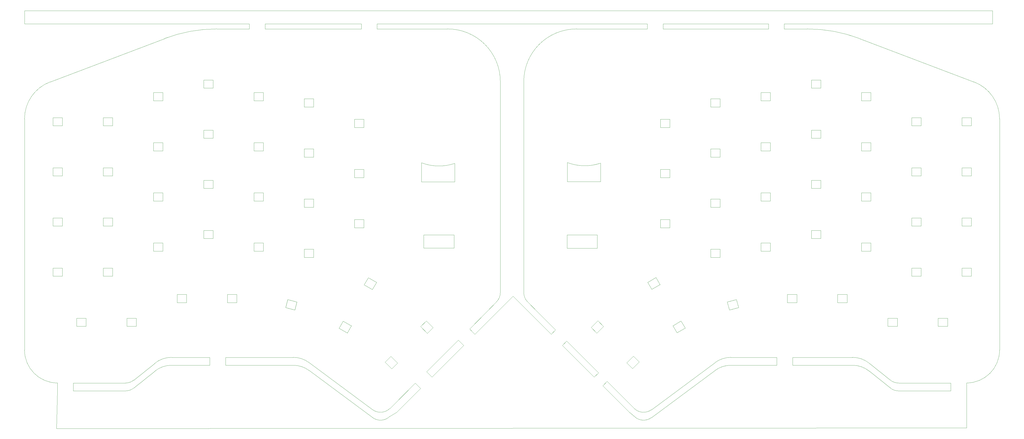
<source format=gbr>
%TF.GenerationSoftware,KiCad,Pcbnew,(6.0.5)*%
%TF.CreationDate,2022-08-12T23:05:57+08:00*%
%TF.ProjectId,ChunkyXiao,4368756e-6b79-4586-9961-6f2e6b696361,rev?*%
%TF.SameCoordinates,Original*%
%TF.FileFunction,Profile,NP*%
%FSLAX46Y46*%
G04 Gerber Fmt 4.6, Leading zero omitted, Abs format (unit mm)*
G04 Created by KiCad (PCBNEW (6.0.5)) date 2022-08-12 23:05:57*
%MOMM*%
%LPD*%
G01*
G04 APERTURE LIST*
%TA.AperFunction,Profile*%
%ADD10C,0.100000*%
%TD*%
%TA.AperFunction,Profile*%
%ADD11C,0.120000*%
%TD*%
G04 APERTURE END LIST*
D10*
X312362103Y-65319149D02*
X312362104Y-63373772D01*
X327116538Y-65319150D02*
X318362100Y-65319156D01*
X215533046Y-166865904D02*
X201092897Y-181306547D01*
X180846785Y-120431396D02*
X180846785Y-123431396D01*
X162328528Y-212991714D02*
G75*
G03*
X168845193Y-212513060I2981072J4014114D01*
G01*
X397342791Y-58373775D02*
X30350790Y-58373774D01*
X40024747Y-85457142D02*
G75*
G03*
X30350795Y-99479742I5326093J-14022628D01*
G01*
X387505414Y-199836780D02*
G75*
G03*
X399996383Y-187336841I-9014J12499980D01*
G01*
X201092897Y-181306547D02*
X200082331Y-180296014D01*
X358588674Y-201755156D02*
G75*
G03*
X361717691Y-202855290I3129026J3899756D01*
G01*
X248686889Y-116336492D02*
X248686889Y-120336492D01*
X387505411Y-216851750D02*
X387505414Y-202836722D01*
X268018655Y-209991713D02*
X292147306Y-192072642D01*
X190729530Y-65319152D02*
X164012793Y-65319151D01*
X235878067Y-183888277D02*
X234217028Y-185549263D01*
X321544843Y-190100884D02*
X344286527Y-190100892D01*
X158012797Y-63373772D02*
X121548609Y-63373775D01*
X321544843Y-190100884D02*
X321544838Y-193100886D01*
X298109462Y-190100889D02*
X315544840Y-190100886D01*
X86060654Y-193100858D02*
G75*
G03*
X79802579Y-195301112I-54J-9999742D01*
G01*
X68544838Y-202855289D02*
X68629492Y-202855288D01*
X68544838Y-202855289D02*
X48841770Y-202841054D01*
X266390305Y-65319155D02*
X239617652Y-65319149D01*
X259632793Y-210964156D02*
X249555162Y-200886865D01*
X225042793Y-173052642D02*
X231635352Y-179645425D01*
X196850330Y-185549253D02*
X194829194Y-183528192D01*
X266390310Y-63373769D02*
X266390305Y-65319155D01*
X236136889Y-123336492D02*
X248686889Y-123336492D01*
X68629494Y-199855304D02*
G75*
G03*
X71758529Y-198755171I6J4999904D01*
G01*
X180846785Y-123431396D02*
X193396785Y-123431396D01*
X164012795Y-63373773D02*
X266390310Y-63373769D01*
X261501985Y-212513071D02*
X259632793Y-210964156D01*
X199071759Y-179285483D02*
X205304394Y-173052640D01*
X181700000Y-148590000D02*
X193200000Y-148590000D01*
X193200000Y-148590000D02*
X193200000Y-143540000D01*
X193200000Y-143540000D02*
X181700000Y-143540000D01*
X181700000Y-143540000D02*
X181700000Y-148590000D01*
X205304394Y-173052640D02*
X209295584Y-168991626D01*
X399996391Y-186372638D02*
X399996386Y-99479741D01*
X30350788Y-186622641D02*
X30350798Y-187336837D01*
X246267766Y-197599581D02*
X247928391Y-195939014D01*
X115548613Y-65319157D02*
X103230640Y-65319150D01*
X169542293Y-208815947D02*
X168845193Y-209513067D01*
X239617652Y-65319157D02*
G75*
G03*
X219617657Y-85319154I-52J-19999943D01*
G01*
X86060655Y-190100864D02*
G75*
G03*
X79802582Y-192301113I45J-10000036D01*
G01*
X315544840Y-190100886D02*
X315544845Y-193100888D01*
X350544595Y-192301114D02*
X358588649Y-198755181D01*
X298109462Y-190100866D02*
G75*
G03*
X292147306Y-192072642I38J-10000034D01*
G01*
X193396785Y-120431396D02*
X193396785Y-123431396D01*
X221051599Y-168991631D02*
X225042793Y-173052642D01*
X180846785Y-120431396D02*
X180846785Y-116181396D01*
X361802345Y-202855287D02*
X381505413Y-202841061D01*
X381505413Y-202841061D02*
X381503247Y-199841057D01*
X30350801Y-187336837D02*
G75*
G03*
X42841772Y-199836726I12499999J107D01*
G01*
X200082331Y-180296014D02*
X199071759Y-179285483D01*
X162328526Y-209991717D02*
G75*
G03*
X168845193Y-209513067I2981074J4014117D01*
G01*
X30350790Y-58373774D02*
X30350791Y-63373770D01*
X48841770Y-202841054D02*
X48843938Y-199841051D01*
X83523425Y-68935539D02*
X40024749Y-85457147D01*
X180846783Y-116181402D02*
G75*
G03*
X193396785Y-116431395I6622717J17330902D01*
G01*
X358588662Y-198755165D02*
G75*
G03*
X361717693Y-199855283I3129038J3899865D01*
G01*
X236136889Y-120336492D02*
X236136889Y-116086492D01*
X346823759Y-68935540D02*
G75*
G03*
X327116538Y-65319150I-19706359J-51883560D01*
G01*
X318362100Y-63373777D02*
X397342794Y-63373779D01*
X209295591Y-168991633D02*
G75*
G03*
X210729529Y-165486887I-3566291J3504833D01*
G01*
X397342794Y-63373779D02*
X397342791Y-58373775D01*
X68629494Y-199855287D02*
X68544842Y-199855291D01*
X235986889Y-148636492D02*
X247486889Y-148636492D01*
X247486889Y-148636492D02*
X247486889Y-143586492D01*
X247486889Y-143586492D02*
X235986889Y-143586492D01*
X235986889Y-143586492D02*
X235986889Y-148636492D01*
X138199868Y-195072649D02*
G75*
G03*
X132237723Y-193100887I-5962168J-8028251D01*
G01*
X100544838Y-193100890D02*
X86060654Y-193100887D01*
X79802582Y-192301113D02*
X71758529Y-198755171D01*
X292147307Y-195072643D02*
X268018660Y-212991712D01*
X361717691Y-202855290D02*
X361802345Y-202855287D01*
X182779278Y-195578516D02*
X184800404Y-197599584D01*
X100544835Y-190100886D02*
X100544838Y-193100890D01*
X318362100Y-65319156D02*
X318362100Y-63373777D01*
X260804887Y-208815939D02*
X261501991Y-209513067D01*
X236136889Y-120336492D02*
X236136889Y-123336492D01*
X350544605Y-195301113D02*
X358588659Y-201755175D01*
X115548615Y-63373771D02*
X115548613Y-65319157D01*
X162328525Y-209991718D02*
X138199878Y-192072639D01*
X249555162Y-200886865D02*
X251215672Y-199226406D01*
X158012795Y-65319150D02*
X158012797Y-63373772D01*
X229974172Y-181306544D02*
X215533046Y-166865904D01*
X121548609Y-63373775D02*
X121548611Y-65319155D01*
X251215672Y-199226406D02*
X260804887Y-208815939D01*
X361717693Y-199855283D02*
X361802338Y-199855283D01*
X132237723Y-193100887D02*
X106544839Y-193100888D01*
X180502735Y-201897394D02*
X178481605Y-199876337D01*
X399996383Y-187336841D02*
X399996393Y-186622643D01*
X184800404Y-197599584D02*
X196850330Y-185549253D01*
X194829194Y-183528192D02*
X182779278Y-195578516D01*
X30350791Y-63373770D02*
X115548615Y-63373771D01*
X248686889Y-120336492D02*
X248686889Y-123336492D01*
X42841772Y-199836726D02*
X42841769Y-202836718D01*
X315544845Y-193100888D02*
X298109462Y-193100887D01*
X100544835Y-190100886D02*
X86060655Y-190100887D01*
X193396785Y-116431396D02*
X193396785Y-120431396D01*
X387505414Y-202836722D02*
X387505414Y-199836720D01*
X132237719Y-190100890D02*
X106544837Y-190100890D01*
X171436287Y-210964156D02*
X180502735Y-201897394D01*
X103230640Y-65319137D02*
G75*
G03*
X83523425Y-68935539I-840J-55499863D01*
G01*
X272390307Y-63373774D02*
X272390309Y-65319149D01*
X210729538Y-85319152D02*
G75*
G03*
X190729530Y-65319152I-19999998J2D01*
G01*
X231635352Y-179645425D02*
X229974172Y-181306544D01*
X68629494Y-202855259D02*
G75*
G03*
X71758529Y-201755175I-94J5000359D01*
G01*
X219617657Y-85319154D02*
X219617653Y-165486881D01*
X168845193Y-212513060D02*
X171436287Y-210964156D01*
X210729529Y-165486887D02*
X210729529Y-85319152D01*
X247928391Y-195939014D02*
X235878067Y-183888277D01*
X42841769Y-202836718D02*
X42465752Y-217100949D01*
X272390309Y-65319149D02*
X312362103Y-65319149D01*
X79802579Y-195301112D02*
X71758529Y-201755175D01*
X138199872Y-195072644D02*
X162328525Y-212991718D01*
X390322429Y-85457142D02*
X346823757Y-68935546D01*
X30350793Y-186372639D02*
X30350788Y-186622641D01*
X164012793Y-65319151D02*
X164012795Y-63373773D01*
X261502010Y-209513048D02*
G75*
G03*
X268018655Y-209991713I3535590J3535448D01*
G01*
X106544837Y-190100890D02*
X106544839Y-193100883D01*
X350544587Y-192301124D02*
G75*
G03*
X344286527Y-190100892I-6258087J-7799776D01*
G01*
X121548611Y-65319155D02*
X158012795Y-65319150D01*
X298109462Y-193100867D02*
G75*
G03*
X292147307Y-195072643I38J-10000033D01*
G01*
X219617621Y-165486881D02*
G75*
G03*
X221051599Y-168991631I4999879J-19D01*
G01*
X399996393Y-186622643D02*
X399996391Y-186372638D01*
X350544610Y-195301107D02*
G75*
G03*
X344286527Y-193100887I-6258110J-7799893D01*
G01*
X178481605Y-199876337D02*
X169542293Y-208815947D01*
X261502000Y-212513056D02*
G75*
G03*
X268018660Y-212991712I3535600J3535556D01*
G01*
X68544842Y-199855291D02*
X48843938Y-199841051D01*
X42465752Y-217100949D02*
X387505411Y-216851750D01*
X312362104Y-63373772D02*
X272390307Y-63373774D01*
X321544838Y-193100886D02*
X344286527Y-193100887D01*
X234217028Y-185549263D02*
X246267766Y-197599581D01*
X138199868Y-192072653D02*
G75*
G03*
X132237719Y-190100890I-5962168J-8028247D01*
G01*
X236136885Y-116086501D02*
G75*
G03*
X248686889Y-116336491I6622715J17330901D01*
G01*
X30350795Y-99479742D02*
X30350793Y-186372639D01*
X361802338Y-199855283D02*
X381503247Y-199841057D01*
X399996451Y-99479741D02*
G75*
G03*
X390322429Y-85457142I-15000051J-59D01*
G01*
D11*
%TO.C,SW18*%
X101841889Y-125913492D02*
X101841889Y-122813492D01*
X98241889Y-122813492D02*
X98241889Y-125913492D01*
X98241889Y-125913492D02*
X101841889Y-125913492D01*
X101841889Y-122813492D02*
X98241889Y-122813492D01*
%TO.C,SW62*%
X347574888Y-127581497D02*
X347574888Y-130681497D01*
X351174888Y-127581497D02*
X347574888Y-127581497D01*
X351174888Y-130681497D02*
X351174888Y-127581497D01*
X347574888Y-130681497D02*
X351174888Y-130681497D01*
%TO.C,SW19*%
X101841888Y-144963491D02*
X101841888Y-141863491D01*
X98241888Y-141863491D02*
X98241888Y-144963491D01*
X101841888Y-141863491D02*
X98241888Y-141863491D01*
X98241888Y-144963491D02*
X101841888Y-144963491D01*
%TO.C,SW21*%
X120891892Y-92581493D02*
X120891892Y-89481493D01*
X117291892Y-89481493D02*
X117291892Y-92581493D01*
X120891892Y-89481493D02*
X117291892Y-89481493D01*
X117291892Y-92581493D02*
X120891892Y-92581493D01*
%TO.C,SW50*%
X309474890Y-89481495D02*
X309474890Y-92581495D01*
X313074890Y-89481495D02*
X309474890Y-89481495D01*
X309474890Y-92581495D02*
X313074890Y-92581495D01*
X313074890Y-92581495D02*
X313074890Y-89481495D01*
%TO.C,SW15*%
X72741890Y-178306494D02*
X72741890Y-175206494D01*
X69141890Y-178306494D02*
X72741890Y-178306494D01*
X69141890Y-175206494D02*
X69141890Y-178306494D01*
X72741890Y-175206494D02*
X69141890Y-175206494D01*
%TO.C,SW12*%
X79191888Y-108531493D02*
X79191888Y-111631493D01*
X82791888Y-108531493D02*
X79191888Y-108531493D01*
X79191888Y-111631493D02*
X82791888Y-111631493D01*
X82791888Y-111631493D02*
X82791888Y-108531493D01*
%TO.C,SW66*%
X370224889Y-121156492D02*
X370224889Y-118056492D01*
X366624889Y-118056492D02*
X366624889Y-121156492D01*
X366624889Y-121156492D02*
X370224889Y-121156492D01*
X370224889Y-118056492D02*
X366624889Y-118056492D01*
%TO.C,SW43*%
X266603041Y-161576744D02*
X268153041Y-164261422D01*
X269720733Y-159776744D02*
X266603041Y-161576744D01*
X268153041Y-164261422D02*
X271270733Y-162461422D01*
X271270733Y-162461422D02*
X269720733Y-159776744D01*
%TO.C,SW20*%
X91791890Y-169306494D02*
X91791890Y-166206494D01*
X88191890Y-169306494D02*
X91791890Y-169306494D01*
X88191890Y-166206494D02*
X88191890Y-169306494D01*
X91791890Y-166206494D02*
X88191890Y-166206494D01*
%TO.C,SW38*%
X245127978Y-178718167D02*
X247320009Y-180910198D01*
X249865593Y-178364614D02*
X247673562Y-176172583D01*
X247320009Y-180910198D02*
X249865593Y-178364614D01*
X247673562Y-176172583D02*
X245127978Y-178718167D01*
%TO.C,SW13*%
X82791888Y-130681495D02*
X82791888Y-127581495D01*
X79191888Y-127581495D02*
X79191888Y-130681495D01*
X82791888Y-127581495D02*
X79191888Y-127581495D01*
X79191888Y-130681495D02*
X82791888Y-130681495D01*
%TO.C,SW10*%
X53691889Y-175206494D02*
X50091889Y-175206494D01*
X53691889Y-178306494D02*
X53691889Y-175206494D01*
X50091889Y-175206494D02*
X50091889Y-178306494D01*
X50091889Y-178306494D02*
X53691889Y-178306494D01*
%TO.C,SW31*%
X158991888Y-102761491D02*
X158991888Y-99661491D01*
X155391888Y-99661491D02*
X155391888Y-102761491D01*
X155391888Y-102761491D02*
X158991888Y-102761491D01*
X158991888Y-99661491D02*
X155391888Y-99661491D01*
%TO.C,SW34*%
X163763733Y-161619744D02*
X160646041Y-159819744D01*
X162213733Y-164304422D02*
X163763733Y-161619744D01*
X159096041Y-162504422D02*
X162213733Y-164304422D01*
X160646041Y-159819744D02*
X159096041Y-162504422D01*
%TO.C,SW7*%
X60141889Y-118056493D02*
X60141889Y-121156493D01*
X63741889Y-118056493D02*
X60141889Y-118056493D01*
X60141889Y-121156493D02*
X63741889Y-121156493D01*
X63741889Y-121156493D02*
X63741889Y-118056493D01*
%TO.C,SW45*%
X294024889Y-94967496D02*
X294024889Y-91867496D01*
X294024889Y-91867496D02*
X290424889Y-91867496D01*
X290424889Y-94967496D02*
X294024889Y-94967496D01*
X290424889Y-91867496D02*
X290424889Y-94967496D01*
%TO.C,SW27*%
X136341888Y-110917495D02*
X136341888Y-114017495D01*
X139941888Y-114017495D02*
X139941888Y-110917495D01*
X139941888Y-110917495D02*
X136341888Y-110917495D01*
X136341888Y-114017495D02*
X139941888Y-114017495D01*
%TO.C,SW48*%
X290424889Y-152117496D02*
X294024889Y-152117496D01*
X290424889Y-149017496D02*
X290424889Y-152117496D01*
X294024889Y-152117496D02*
X294024889Y-149017496D01*
X294024889Y-149017496D02*
X290424889Y-149017496D01*
%TO.C,SW6*%
X60141889Y-99006494D02*
X60141889Y-102106494D01*
X63741889Y-99006494D02*
X60141889Y-99006494D01*
X63741889Y-102106494D02*
X63741889Y-99006494D01*
X60141889Y-102106494D02*
X63741889Y-102106494D01*
%TO.C,SW54*%
X319524889Y-166206495D02*
X319524889Y-169306495D01*
X319524889Y-169306495D02*
X323124889Y-169306495D01*
X323124889Y-169306495D02*
X323124889Y-166206495D01*
X323124889Y-166206495D02*
X319524889Y-166206495D01*
%TO.C,SW53*%
X309474894Y-149731493D02*
X313074894Y-149731493D01*
X313074894Y-146631493D02*
X309474894Y-146631493D01*
X313074894Y-149731493D02*
X313074894Y-146631493D01*
X309474894Y-146631493D02*
X309474894Y-149731493D01*
%TO.C,SW57*%
X328624887Y-122813491D02*
X328624887Y-125913491D01*
X328624887Y-125913491D02*
X332224887Y-125913491D01*
X332224887Y-122813491D02*
X328624887Y-122813491D01*
X332224887Y-125913491D02*
X332224887Y-122813491D01*
%TO.C,SW24*%
X117291889Y-149731493D02*
X120891889Y-149731493D01*
X117291889Y-146631493D02*
X117291889Y-149731493D01*
X120891889Y-146631493D02*
X117291889Y-146631493D01*
X120891889Y-149731493D02*
X120891889Y-146631493D01*
%TO.C,SW69*%
X376674888Y-178306494D02*
X380274888Y-178306494D01*
X376674888Y-175206494D02*
X376674888Y-178306494D01*
X380274888Y-178306494D02*
X380274888Y-175206494D01*
X380274888Y-175206494D02*
X376674888Y-175206494D01*
%TO.C,SW32*%
X155391888Y-121811495D02*
X158991888Y-121811495D01*
X158991888Y-118711495D02*
X155391888Y-118711495D01*
X155391888Y-118711495D02*
X155391888Y-121811495D01*
X158991888Y-121811495D02*
X158991888Y-118711495D01*
%TO.C,SW56*%
X328624889Y-103763494D02*
X328624889Y-106863494D01*
X328624889Y-106863494D02*
X332224889Y-106863494D01*
X332224889Y-103763494D02*
X328624889Y-103763494D01*
X332224889Y-106863494D02*
X332224889Y-103763494D01*
%TO.C,SW59*%
X342174890Y-169306495D02*
X342174890Y-166206495D01*
X338574890Y-166206495D02*
X338574890Y-169306495D01*
X342174890Y-166206495D02*
X338574890Y-166206495D01*
X338574890Y-169306495D02*
X342174890Y-169306495D01*
%TO.C,SW58*%
X328624891Y-141863494D02*
X328624891Y-144963494D01*
X328624891Y-144963494D02*
X332224891Y-144963494D01*
X332224891Y-141863494D02*
X328624891Y-141863494D01*
X332224891Y-144963494D02*
X332224891Y-141863494D01*
%TO.C,SW46*%
X290424890Y-110917495D02*
X290424890Y-114017495D01*
X294024890Y-110917495D02*
X290424890Y-110917495D01*
X294024890Y-114017495D02*
X294024890Y-110917495D01*
X290424890Y-114017495D02*
X294024890Y-114017495D01*
%TO.C,SW33*%
X155391889Y-140861493D02*
X158991889Y-140861493D01*
X158991889Y-140861493D02*
X158991889Y-137761493D01*
X155391889Y-137761493D02*
X155391889Y-140861493D01*
X158991889Y-137761493D02*
X155391889Y-137761493D01*
%TO.C,SW68*%
X366624887Y-159256493D02*
X370224887Y-159256493D01*
X370224887Y-156156493D02*
X366624887Y-156156493D01*
X366624887Y-156156493D02*
X366624887Y-159256493D01*
X370224887Y-159256493D02*
X370224887Y-156156493D01*
%TO.C,SW71*%
X385674887Y-121156492D02*
X389274887Y-121156492D01*
X389274887Y-121156492D02*
X389274887Y-118056492D01*
X389274887Y-118056492D02*
X385674887Y-118056492D01*
X385674887Y-118056492D02*
X385674887Y-121156492D01*
%TO.C,SW8*%
X60141889Y-137106495D02*
X60141889Y-140206495D01*
X63741889Y-140206495D02*
X63741889Y-137106495D01*
X60141889Y-140206495D02*
X63741889Y-140206495D01*
X63741889Y-137106495D02*
X60141889Y-137106495D01*
%TO.C,SW29*%
X139941886Y-149017497D02*
X136341886Y-149017497D01*
X139941886Y-152117497D02*
X139941886Y-149017497D01*
X136341886Y-149017497D02*
X136341886Y-152117497D01*
X136341886Y-152117497D02*
X139941886Y-152117497D01*
%TO.C,SW55*%
X332224890Y-87813493D02*
X332224890Y-84713493D01*
X332224890Y-84713493D02*
X328624890Y-84713493D01*
X328624890Y-84713493D02*
X328624890Y-87813493D01*
X328624890Y-87813493D02*
X332224890Y-87813493D01*
%TO.C,SW26*%
X139941888Y-94967495D02*
X139941888Y-91867495D01*
X139941888Y-91867495D02*
X136341888Y-91867495D01*
X136341888Y-91867495D02*
X136341888Y-94967495D01*
X136341888Y-94967495D02*
X139941888Y-94967495D01*
%TO.C,SW9*%
X60141887Y-156156494D02*
X60141887Y-159256494D01*
X63741887Y-156156494D02*
X60141887Y-156156494D01*
X60141887Y-159256494D02*
X63741887Y-159256494D01*
X63741887Y-159256494D02*
X63741887Y-156156494D01*
%TO.C,SW63*%
X347574887Y-146631497D02*
X347574887Y-149731497D01*
X347574887Y-149731497D02*
X351174887Y-149731497D01*
X351174887Y-149731497D02*
X351174887Y-146631497D01*
X351174887Y-146631497D02*
X347574887Y-146631497D01*
%TO.C,SW23*%
X120891889Y-130681490D02*
X120891889Y-127581490D01*
X120891889Y-127581490D02*
X117291889Y-127581490D01*
X117291889Y-130681490D02*
X120891889Y-130681490D01*
X117291889Y-127581490D02*
X117291889Y-130681490D01*
%TO.C,SW61*%
X347574890Y-108531495D02*
X347574890Y-111631495D01*
X351174890Y-108531495D02*
X347574890Y-108531495D01*
X347574890Y-111631495D02*
X351174890Y-111631495D01*
X351174890Y-111631495D02*
X351174890Y-108531495D01*
%TO.C,SW70*%
X389274888Y-102106491D02*
X389274888Y-99006491D01*
X389274888Y-99006491D02*
X385674888Y-99006491D01*
X385674888Y-99006491D02*
X385674888Y-102106491D01*
X385674888Y-102106491D02*
X389274888Y-102106491D01*
%TO.C,SW42*%
X274974889Y-137761493D02*
X271374889Y-137761493D01*
X271374889Y-140861493D02*
X274974889Y-140861493D01*
X271374889Y-137761493D02*
X271374889Y-140861493D01*
X274974889Y-140861493D02*
X274974889Y-137761493D01*
%TO.C,SW51*%
X309474891Y-111631495D02*
X313074891Y-111631495D01*
X313074891Y-108531495D02*
X309474891Y-108531495D01*
X309474891Y-108531495D02*
X309474891Y-111631495D01*
X313074891Y-111631495D02*
X313074891Y-108531495D01*
%TO.C,SW14*%
X82791886Y-149731495D02*
X82791886Y-146631495D01*
X82791886Y-146631495D02*
X79191886Y-146631495D01*
X79191886Y-149731495D02*
X82791886Y-149731495D01*
X79191886Y-146631495D02*
X79191886Y-149731495D01*
%TO.C,SW73*%
X385674889Y-159256490D02*
X389274889Y-159256490D01*
X385674889Y-156156490D02*
X385674889Y-159256490D01*
X389274889Y-159256490D02*
X389274889Y-156156490D01*
X389274889Y-156156490D02*
X385674889Y-156156490D01*
%TO.C,SW28*%
X139941888Y-129967496D02*
X136341888Y-129967496D01*
X136341888Y-133067496D02*
X139941888Y-133067496D01*
X139941888Y-133067496D02*
X139941888Y-129967496D01*
X136341888Y-129967496D02*
X136341888Y-133067496D01*
%TO.C,SW39*%
X263335977Y-191834997D02*
X261143946Y-189642966D01*
X258598362Y-192188550D02*
X260790393Y-194380581D01*
X260790393Y-194380581D02*
X263335977Y-191834997D01*
X261143946Y-189642966D02*
X258598362Y-192188550D01*
%TO.C,SW52*%
X309474892Y-130681493D02*
X313074892Y-130681493D01*
X313074892Y-130681493D02*
X313074892Y-127581493D01*
X309474892Y-127581493D02*
X309474892Y-130681493D01*
X313074892Y-127581493D02*
X309474892Y-127581493D01*
%TO.C,SW72*%
X385674888Y-140206493D02*
X389274888Y-140206493D01*
X385674888Y-137106493D02*
X385674888Y-140206493D01*
X389274888Y-137106493D02*
X385674888Y-137106493D01*
X389274888Y-140206493D02*
X389274888Y-137106493D01*
%TO.C,SW11*%
X79191889Y-92581494D02*
X82791889Y-92581494D01*
X82791889Y-92581494D02*
X82791889Y-89481494D01*
X79191889Y-89481494D02*
X79191889Y-92581494D01*
X82791889Y-89481494D02*
X79191889Y-89481494D01*
%TO.C,SW37*%
X167030800Y-191877998D02*
X169576384Y-194423582D01*
X171768415Y-192231551D02*
X169222831Y-189685967D01*
X169576384Y-194423582D02*
X171768415Y-192231551D01*
X169222831Y-189685967D02*
X167030800Y-191877998D01*
%TO.C,SW41*%
X274974891Y-118711492D02*
X271374891Y-118711492D01*
X271374891Y-118711492D02*
X271374891Y-121811492D01*
X271374891Y-121811492D02*
X274974891Y-121811492D01*
X274974891Y-121811492D02*
X274974891Y-118711492D01*
%TO.C,SW17*%
X101841888Y-106863494D02*
X101841888Y-103763494D01*
X101841888Y-103763494D02*
X98241888Y-103763494D01*
X98241888Y-103763494D02*
X98241888Y-106863494D01*
X98241888Y-106863494D02*
X101841888Y-106863494D01*
%TO.C,SW40*%
X274974889Y-99661494D02*
X271374889Y-99661494D01*
X271374889Y-99661494D02*
X271374889Y-102761494D01*
X274974889Y-102761494D02*
X274974889Y-99661494D01*
X271374889Y-102761494D02*
X274974889Y-102761494D01*
%TO.C,SW67*%
X366624889Y-140206493D02*
X370224889Y-140206493D01*
X366624889Y-137106493D02*
X366624889Y-140206493D01*
X370224889Y-137106493D02*
X366624889Y-137106493D01*
X370224889Y-140206493D02*
X370224889Y-137106493D01*
%TO.C,SW25*%
X107241890Y-166206493D02*
X107241890Y-169306493D01*
X110841890Y-166206493D02*
X107241890Y-166206493D01*
X110841890Y-169306493D02*
X110841890Y-166206493D01*
X107241890Y-169306493D02*
X110841890Y-169306493D01*
%TO.C,SW3*%
X44691892Y-137106491D02*
X41091892Y-137106491D01*
X41091892Y-137106491D02*
X41091892Y-140206491D01*
X41091892Y-140206491D02*
X44691892Y-140206491D01*
X44691892Y-140206491D02*
X44691892Y-137106491D01*
%TO.C,SW49*%
X301039923Y-171144904D02*
X300237584Y-168150533D01*
X297562590Y-172076652D02*
X301039923Y-171144904D01*
X300237584Y-168150533D02*
X296760251Y-169082282D01*
X296760251Y-169082282D02*
X297562590Y-172076652D01*
%TO.C,SW47*%
X290424891Y-133067495D02*
X294024891Y-133067495D01*
X290424891Y-129967495D02*
X290424891Y-133067495D01*
X294024891Y-129967495D02*
X290424891Y-129967495D01*
X294024891Y-133067495D02*
X294024891Y-129967495D01*
%TO.C,SW1*%
X44691888Y-99006493D02*
X41091888Y-99006493D01*
X44691888Y-102106493D02*
X44691888Y-99006493D01*
X41091888Y-99006493D02*
X41091888Y-102106493D01*
X41091888Y-102106493D02*
X44691888Y-102106493D01*
%TO.C,SW60*%
X347574891Y-89481494D02*
X347574891Y-92581494D01*
X347574891Y-92581494D02*
X351174891Y-92581494D01*
X351174891Y-89481494D02*
X347574891Y-89481494D01*
X351174891Y-92581494D02*
X351174891Y-89481494D01*
%TO.C,SW4*%
X44691888Y-159256490D02*
X44691888Y-156156490D01*
X44691888Y-156156490D02*
X41091888Y-156156490D01*
X41091888Y-159256490D02*
X44691888Y-159256490D01*
X41091888Y-156156490D02*
X41091888Y-159256490D01*
%TO.C,SW35*%
X154238734Y-178117529D02*
X151121042Y-176317529D01*
X152688734Y-180802207D02*
X154238734Y-178117529D01*
X151121042Y-176317529D02*
X149571042Y-179002207D01*
X149571042Y-179002207D02*
X152688734Y-180802207D01*
%TO.C,SW22*%
X120891890Y-108531492D02*
X117291890Y-108531492D01*
X117291890Y-111631492D02*
X120891890Y-111631492D01*
X117291890Y-108531492D02*
X117291890Y-111631492D01*
X120891890Y-111631492D02*
X120891890Y-108531492D01*
%TO.C,SW30*%
X132804189Y-172076651D02*
X133606528Y-169082281D01*
X129326856Y-171144903D02*
X132804189Y-172076651D01*
X133606528Y-169082281D02*
X130129195Y-168150532D01*
X130129195Y-168150532D02*
X129326856Y-171144903D01*
%TO.C,SW64*%
X357624888Y-175206494D02*
X357624888Y-178306494D01*
X361224888Y-175206494D02*
X357624888Y-175206494D01*
X357624888Y-178306494D02*
X361224888Y-178306494D01*
X361224888Y-178306494D02*
X361224888Y-175206494D01*
%TO.C,SW65*%
X370224889Y-99006493D02*
X366624889Y-99006493D01*
X366624889Y-99006493D02*
X366624889Y-102106493D01*
X370224889Y-102106493D02*
X370224889Y-99006493D01*
X366624889Y-102106493D02*
X370224889Y-102106493D01*
%TO.C,SW44*%
X276128041Y-178074529D02*
X277678041Y-180759207D01*
X279245733Y-176274529D02*
X276128041Y-178074529D01*
X277678041Y-180759207D02*
X280795733Y-178959207D01*
X280795733Y-178959207D02*
X279245733Y-176274529D01*
%TO.C,SW16*%
X98241891Y-84713490D02*
X98241891Y-87813490D01*
X101841891Y-87813490D02*
X101841891Y-84713490D01*
X98241891Y-87813490D02*
X101841891Y-87813490D01*
X101841891Y-84713490D02*
X98241891Y-84713490D01*
%TO.C,SW36*%
X180501184Y-178407614D02*
X183046768Y-180953198D01*
X182693215Y-176215583D02*
X180501184Y-178407614D01*
X183046768Y-180953198D02*
X185238799Y-178761167D01*
X185238799Y-178761167D02*
X182693215Y-176215583D01*
%TO.C,SW2*%
X44691889Y-118056490D02*
X41091889Y-118056490D01*
X41091889Y-118056490D02*
X41091889Y-121156490D01*
X41091889Y-121156490D02*
X44691889Y-121156490D01*
X44691889Y-121156490D02*
X44691889Y-118056490D01*
%TD*%
M02*

</source>
